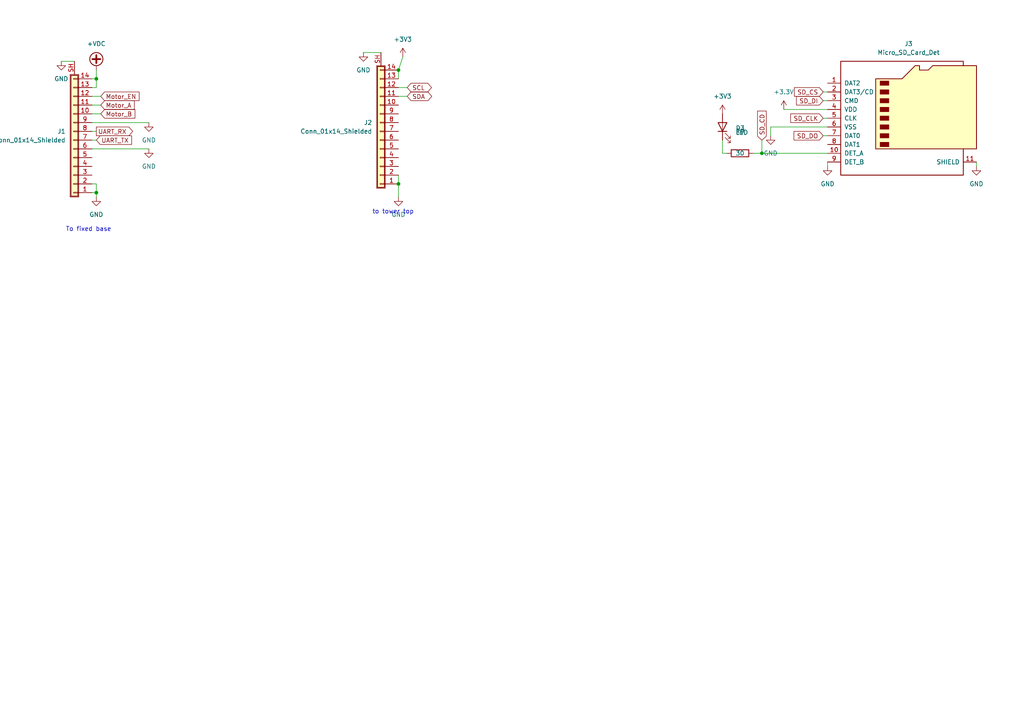
<source format=kicad_sch>
(kicad_sch (version 20211123) (generator eeschema)
  (paper "A4")
  (lib_symbols
    (symbol "Connector:Micro_SD_Card_Det" (pin_names (offset 1.016))
      (property "Reference" "J" (at -16.51 17.78 0))
      (property "Value" "Micro_SD_Card_Det" (at 16.51 17.78 0))
      (symbol "Micro_SD_Card_Det_0_1"
        (rectangle (start -7.62 -6.985) (end -5.08 -8.255) (fill (type outline)))
        (rectangle (start -7.62 -4.445) (end -5.08 -5.715) (fill (type outline)))
        (rectangle (start -7.62 -1.905) (end -5.08 -3.175) (fill (type outline)))
        (rectangle (start -7.62 0.635) (end -5.08 -0.635) (fill (type outline)))
        (rectangle (start -7.62 3.175) (end -5.08 1.905) (fill (type outline)))
        (rectangle (start -7.62 5.715) (end -5.08 4.445) (fill (type outline)))
        (rectangle (start -7.62 8.255) (end -5.08 6.985) (fill (type outline)))
        (rectangle (start -7.62 10.795) (end -5.08 9.525) (fill (type outline)))
        (polyline (pts (xy 16.51 15.24) (xy 16.51 16.51) (xy -19.05 16.51) (xy -19.05 -16.51) (xy 16.51 -16.51) (xy 16.51 -8.89)) (stroke (width 0.254)))
        (polyline (pts (xy -8.89 -8.89) (xy -8.89 11.43) (xy -1.27 11.43) (xy 2.54 15.24) (xy 3.81 15.24) (xy 3.81 13.97) (xy 6.35 13.97) (xy 7.62 15.24) (xy 20.32 15.24) (xy 20.32 -8.89) (xy -8.89 -8.89)) (stroke (width 0.254)) (fill (type background)))
      )
      (symbol "Micro_SD_Card_Det_1_1"
        (pin bidirectional line (at -22.86 10.16 0) (length 3.81) (name "DAT2") (number "1"))
        (pin passive line (at -22.86 -10.16 0) (length 3.81) (name "DET_A") (number "10"))
        (pin passive line (at 20.32 -12.7 180) (length 3.81) (name "SHIELD") (number "11"))
        (pin bidirectional line (at -22.86 7.62 0) (length 3.81) (name "DAT3/CD") (number "2"))
        (pin input line (at -22.86 5.08 0) (length 3.81) (name "CMD") (number "3"))
        (pin power_in line (at -22.86 2.54 0) (length 3.81) (name "VDD") (number "4"))
        (pin input line (at -22.86 0 0) (length 3.81) (name "CLK") (number "5"))
        (pin power_in line (at -22.86 -2.54 0) (length 3.81) (name "VSS") (number "6"))
        (pin bidirectional line (at -22.86 -5.08 0) (length 3.81) (name "DAT0") (number "7"))
        (pin bidirectional line (at -22.86 -7.62 0) (length 3.81) (name "DAT1") (number "8"))
        (pin passive line (at -22.86 -12.7 0) (length 3.81) (name "DET_B") (number "9"))
      )
    )
    (symbol "Connector_Generic_Shielded:Conn_01x14_Shielded" (pin_names (offset 1.016) hide)
      (property "Reference" "J" (at 0.254 17.526 0))
      (property "Value" "Conn_01x14_Shielded" (at 1.016 -20.066 0))
      (symbol "Conn_01x14_Shielded_1_1"
        (rectangle (start -1.27 16.51) (end 1.27 -19.05) (stroke (width 0.1524)))
        (rectangle (start -1.016 -17.653) (end 0.254 -17.907) (stroke (width 0.1524)))
        (rectangle (start -1.016 -15.113) (end 0.254 -15.367) (stroke (width 0.1524)))
        (rectangle (start -1.016 -12.573) (end 0.254 -12.827) (stroke (width 0.1524)))
        (rectangle (start -1.016 -10.033) (end 0.254 -10.287) (stroke (width 0.1524)))
        (rectangle (start -1.016 -7.493) (end 0.254 -7.747) (stroke (width 0.1524)))
        (rectangle (start -1.016 -4.953) (end 0.254 -5.207) (stroke (width 0.1524)))
        (rectangle (start -1.016 -2.413) (end 0.254 -2.667) (stroke (width 0.1524)))
        (rectangle (start -1.016 0.127) (end 0.254 -0.127) (stroke (width 0.1524)))
        (rectangle (start -1.016 2.667) (end 0.254 2.413) (stroke (width 0.1524)))
        (rectangle (start -1.016 5.207) (end 0.254 4.953) (stroke (width 0.1524)))
        (rectangle (start -1.016 7.747) (end 0.254 7.493) (stroke (width 0.1524)))
        (rectangle (start -1.016 10.287) (end 0.254 10.033) (stroke (width 0.1524)))
        (rectangle (start -1.016 12.827) (end 0.254 12.573) (stroke (width 0.1524)))
        (rectangle (start -1.016 15.367) (end 0.254 15.113) (stroke (width 0.1524)))
        (rectangle (start -1.016 16.256) (end 1.016 -18.796) (stroke (width 0.254)) (fill (type background)))
        (pin passive line (at -5.08 15.24 0) (length 4.064) (name "Pin_1") (number "1"))
        (pin passive line (at -5.08 -7.62 0) (length 4.064) (name "Pin_10") (number "10"))
        (pin passive line (at -5.08 -10.16 0) (length 4.064) (name "Pin_11") (number "11"))
        (pin passive line (at -5.08 -12.7 0) (length 4.064) (name "Pin_12") (number "12"))
        (pin passive line (at -5.08 -15.24 0) (length 4.064) (name "Pin_13") (number "13"))
        (pin passive line (at -5.08 -17.78 0) (length 4.064) (name "Pin_14") (number "14"))
        (pin passive line (at -5.08 12.7 0) (length 4.064) (name "Pin_2") (number "2"))
        (pin passive line (at -5.08 10.16 0) (length 4.064) (name "Pin_3") (number "3"))
        (pin passive line (at -5.08 7.62 0) (length 4.064) (name "Pin_4") (number "4"))
        (pin passive line (at -5.08 5.08 0) (length 4.064) (name "Pin_5") (number "5"))
        (pin passive line (at -5.08 2.54 0) (length 4.064) (name "Pin_6") (number "6"))
        (pin passive line (at -5.08 0 0) (length 4.064) (name "Pin_7") (number "7"))
        (pin passive line (at -5.08 -2.54 0) (length 4.064) (name "Pin_8") (number "8"))
        (pin passive line (at -5.08 -5.08 0) (length 4.064) (name "Pin_9") (number "9"))
        (pin passive line (at 0 -22.86 90) (length 3.81) (name "Shield") (number "SH"))
      )
    )
    (symbol "Device:LED" (pin_numbers hide) (pin_names (offset 1.016) hide)
      (property "Reference" "D" (at 0 2.54 0))
      (property "Value" "LED" (at 0 -2.54 0))
      (symbol "LED_0_1"
        (polyline (pts (xy -1.27 -1.27) (xy -1.27 1.27)) (stroke (width 0.254)))
        (polyline (pts (xy -1.27 0) (xy 1.27 0)))
        (polyline (pts (xy 1.27 -1.27) (xy 1.27 1.27) (xy -1.27 0) (xy 1.27 -1.27)) (stroke (width 0.254)))
        (polyline (pts (xy -3.048 -0.762) (xy -4.572 -2.286) (xy -3.81 -2.286) (xy -4.572 -2.286) (xy -4.572 -1.524)))
        (polyline (pts (xy -1.778 -0.762) (xy -3.302 -2.286) (xy -2.54 -2.286) (xy -3.302 -2.286) (xy -3.302 -1.524)))
      )
      (symbol "LED_1_1"
        (pin passive line (at -3.81 0 0) (length 2.54) (name "K") (number "1"))
        (pin passive line (at 3.81 0 180) (length 2.54) (name "A") (number "2"))
      )
    )
    (symbol "Device:R" (pin_numbers hide) (pin_names (offset 0))
      (property "Reference" "R" (at 2.032 0 90))
      (property "Value" "R" (at 0 0 90))
      (symbol "R_0_1"
        (rectangle (start -1.016 -2.54) (end 1.016 2.54) (stroke (width 0.254)))
      )
      (symbol "R_1_1"
        (pin passive line (at 0 3.81 270) (length 1.27) (name "~") (number "1"))
        (pin passive line (at 0 -3.81 90) (length 1.27) (name "~") (number "2"))
      )
    )
    (symbol "power:+3.3V" (power) (pin_names (offset 0))
      (property "Value" "+3.3V" (at 0 3.556 0))
      (symbol "+3.3V_0_1"
        (polyline (pts (xy -0.762 1.27) (xy 0 2.54)))
        (polyline (pts (xy 0 0) (xy 0 2.54)))
        (polyline (pts (xy 0 2.54) (xy 0.762 1.27)))
      )
      (symbol "+3.3V_1_1"
        (pin power_in line (at 0 0 90) (length 0) hide (name "+3.3V") (number "1"))
      )
    )
    (symbol "power:+3V3" (power) (pin_names (offset 0))
      (property "Value" "+3V3" (at 0 3.556 0))
      (symbol "+3V3_0_1"
        (polyline (pts (xy -0.762 1.27) (xy 0 2.54)))
        (polyline (pts (xy 0 0) (xy 0 2.54)))
        (polyline (pts (xy 0 2.54) (xy 0.762 1.27)))
      )
      (symbol "+3V3_1_1"
        (pin power_in line (at 0 0 90) (length 0) hide (name "+3V3") (number "1"))
      )
    )
    (symbol "power:+VDC" (power) (pin_names (offset 0))
      (property "Value" "+VDC" (at 0 6.35 0))
      (symbol "+VDC_0_1"
        (polyline (pts (xy -1.143 3.175) (xy 1.143 3.175)) (stroke (width 0.508)))
        (polyline (pts (xy 0 0) (xy 0 1.27)))
        (polyline (pts (xy 0 2.032) (xy 0 4.318)) (stroke (width 0.508)))
        (circle (center 0 3.175) (radius 1.905) (stroke (width 0.254)))
      )
      (symbol "+VDC_1_1"
        (pin power_in line (at 0 0 90) (length 0) hide (name "+VDC") (number "1"))
      )
    )
    (symbol "power:GND" (power) (pin_names (offset 0))
      (property "Value" "GND" (at 0 -3.81 0))
      (symbol "GND_0_1"
        (polyline (pts (xy 0 0) (xy 0 -1.27) (xy 1.27 -1.27) (xy 0 -2.54) (xy -1.27 -1.27) (xy 0 -1.27)))
      )
      (symbol "GND_1_1"
        (pin power_in line (at 0 0 270) (length 0) hide (name "GND") (number "1"))
      )
    )
  )
  (junction (at 115.57 20.32))
  (junction (at 27.94 55.88))
  (junction (at 115.57 53.34))
  (junction (at 27.94 22.86))
  (junction (at 220.98 44.45))
  (wire (pts (xy 223.52 36.83) (xy 240.03 36.83)))
  (wire (pts (xy 27.94 20.32) (xy 27.94 22.86)))
  (wire (pts (xy 218.44 44.45) (xy 220.98 44.45)))
  (wire (pts (xy 27.94 22.86) (xy 27.94 25.4)))
  (wire (pts (xy 26.67 27.94) (xy 29.21 27.94)))
  (wire (pts (xy 26.67 55.88) (xy 27.94 55.88)))
  (wire (pts (xy 26.67 33.02) (xy 29.21 33.02)))
  (wire (pts (xy 26.67 38.1) (xy 27.94 38.1)))
  (wire (pts (xy 105.41 15.24) (xy 110.49 15.24)))
  (wire (pts (xy 115.57 27.94) (xy 118.11 27.94)))
  (wire (pts (xy 223.52 36.83) (xy 223.52 39.37)))
  (wire (pts (xy 238.76 34.29) (xy 240.03 34.29)))
  (wire (pts (xy 26.67 40.64) (xy 27.94 40.64)))
  (wire (pts (xy 116.84 16.51) (xy 115.57 20.32)))
  (wire (pts (xy 240.03 46.99) (xy 240.03 48.26)))
  (wire (pts (xy 115.57 25.4) (xy 118.11 25.4)))
  (wire (pts (xy 26.67 30.48) (xy 29.21 30.48)))
  (wire (pts (xy 238.76 26.67) (xy 240.03 26.67)))
  (wire (pts (xy 26.67 25.4) (xy 27.94 25.4)))
  (wire (pts (xy 227.33 31.75) (xy 240.03 31.75)))
  (wire (pts (xy 115.57 50.8) (xy 115.57 53.34)))
  (wire (pts (xy 283.21 46.99) (xy 283.21 48.26)))
  (wire (pts (xy 209.55 44.45) (xy 210.82 44.45)))
  (wire (pts (xy 238.76 39.37) (xy 240.03 39.37)))
  (wire (pts (xy 27.94 55.88) (xy 27.94 57.15)))
  (wire (pts (xy 26.67 53.34) (xy 27.94 53.34)))
  (wire (pts (xy 26.67 22.86) (xy 27.94 22.86)))
  (wire (pts (xy 220.98 40.64) (xy 220.98 44.45)))
  (wire (pts (xy 238.76 29.21) (xy 240.03 29.21)))
  (wire (pts (xy 209.55 40.64) (xy 209.55 44.45)))
  (wire (pts (xy 115.57 53.34) (xy 115.57 57.15)))
  (wire (pts (xy 26.67 43.18) (xy 43.18 43.18)))
  (wire (pts (xy 26.67 35.56) (xy 43.18 35.56)))
  (wire (pts (xy 220.98 44.45) (xy 240.03 44.45)))
  (wire (pts (xy 115.57 20.32) (xy 115.57 22.86)))
  (wire (pts (xy 27.94 53.34) (xy 27.94 55.88)))
  (wire (pts (xy 17.78 17.78) (xy 21.59 17.78)))
  (text "To fixed base" (at 19.05 67.31 0) (effects (font (size 1.27 1.27)) (justify left bottom)))
  (text "to tower top" (at 107.95 62.23 0) (effects (font (size 1.27 1.27)) (justify left bottom)))
  (global_label "UART_RX" (shape output) (at 27.94 38.1 0) (property "Intersheet References" "${INTERSHEET_REFS}" (effects hide)))
  (global_label "SCL" (shape bidirectional) (at 118.11 25.4 0) (property "Intersheet References" "${INTERSHEET_REFS}" (effects hide)))
  (global_label "SD_CD" (shape input) (at 220.98 40.64 90) (property "Intersheet References" "${INTERSHEET_REFS}" (effects hide)))
  (global_label "SD_CLK" (shape input) (at 238.76 34.29 180) (property "Intersheet References" "${INTERSHEET_REFS}" (effects hide)))
  (global_label "Motor_A" (shape input) (at 29.21 30.48 0) (property "Intersheet References" "${INTERSHEET_REFS}" (effects hide)))
  (global_label "SD_CS" (shape input) (at 238.76 26.67 180) (property "Intersheet References" "${INTERSHEET_REFS}" (effects hide)))
  (global_label "Motor_B" (shape input) (at 29.21 33.02 0) (property "Intersheet References" "${INTERSHEET_REFS}" (effects hide)))
  (global_label "SD_DO" (shape input) (at 238.76 39.37 180) (property "Intersheet References" "${INTERSHEET_REFS}" (effects hide)))
  (global_label "SDA" (shape bidirectional) (at 118.11 27.94 0) (property "Intersheet References" "${INTERSHEET_REFS}" (effects hide)))
  (global_label "Motor_EN" (shape input) (at 29.21 27.94 0) (property "Intersheet References" "${INTERSHEET_REFS}" (effects hide)))
  (global_label "UART_TX" (shape input) (at 27.94 40.64 0) (property "Intersheet References" "${INTERSHEET_REFS}" (effects hide)))
  (global_label "SD_DI" (shape input) (at 238.76 29.21 180) (property "Intersheet References" "${INTERSHEET_REFS}" (effects hide)))
  (symbol (lib_id "power:+VDC") (at 27.94 20.32 0) (unit 1)
    (property "Reference" "#PWR024" (effects hide))
    (property "Value" "+VDC" (at 27.94 12.7 0))
  )
  (symbol (lib_id "power:GND") (at 17.78 17.78 0) (unit 1)
    (property "Reference" "#PWR023" (effects hide))
    (property "Value" "GND" (at 17.78 22.86 0))
  )
  (symbol (lib_id "power:GND") (at 283.21 48.26 0) (unit 1)
    (property "Reference" "#PWR0104" (effects hide))
    (property "Value" "GND" (at 283.21 53.34 0))
  )
  (symbol (lib_id "Connector:Micro_SD_Card_Det") (at 262.89 34.29 0) (unit 1)
    (property "Reference" "J3" (at 263.525 12.7 0))
    (property "Value" "Micro_SD_Card_Det" (at 263.525 15.24 0))
    (property "Footprint" "Connector_Card:microSD_HC_Hirose_DM3AT-SF-PEJM5" (effects hide))
    (property "Datasheet" "https://www.hirose.com/product/en/download_file/key_name/DM3/category/Catalog/doc_file_id/49662/?file_category_id=4&item_id=195&is_series=1" (effects hide))
  )
  (symbol (lib_id "power:GND") (at 105.41 15.24 0) (unit 1)
    (property "Reference" "#PWR041" (effects hide))
    (property "Value" "GND" (at 105.41 20.32 0))
  )
  (symbol (lib_id "Device:R") (at 214.63 44.45 90) (unit 1)
    (property "Reference" "R9" (at 214.63 38.1 90))
    (property "Value" "30" (at 214.63 44.45 90))
    (property "Footprint" "Resistor_SMD:R_0805_2012Metric" (effects hide))
  )
  (symbol (lib_id "power:GND") (at 115.57 57.15 0) (unit 1)
    (property "Reference" "#PWR043" (effects hide))
    (property "Value" "GND" (at 115.57 62.23 0))
  )
  (symbol (lib_id "Device:LED") (at 209.55 36.83 90) (unit 1)
    (property "Reference" "D3" (at 213.36 37.1474 90) (effects (justify right)))
    (property "Value" "LED" (at 213.36 38.4174 90) (effects (justify right)))
    (property "Footprint" "LED_SMD:LED_1206_3216Metric" (effects hide))
  )
  (symbol (lib_id "power:GND") (at 43.18 35.56 0) (unit 1)
    (property "Reference" "#PWR039" (effects hide))
    (property "Value" "GND" (at 43.18 40.64 0))
  )
  (symbol (lib_id "power:+3V3") (at 209.55 33.02 0) (unit 1)
    (property "Reference" "#PWR0101" (effects hide))
    (property "Value" "+3V3" (at 209.55 27.94 0))
  )
  (symbol (lib_id "power:+3V3") (at 116.84 16.51 0) (unit 1)
    (property "Reference" "#PWR0113" (effects hide))
    (property "Value" "+3V3" (at 116.84 11.43 0))
  )
  (symbol (lib_id "Connector_Generic_Shielded:Conn_01x14_Shielded") (at 21.59 40.64 180) (unit 1)
    (property "Reference" "J1" (at 19.05 38.0999 0) (effects (justify left)))
    (property "Value" "Conn_01x14_Shielded" (at 19.05 40.6399 0) (effects (justify left)))
    (property "Footprint" "Library:FPC 2x7 p=1mm" (effects hide))
  )
  (symbol (lib_id "power:+3.3V") (at 227.33 31.75 0) (unit 1)
    (property "Reference" "#PWR0105" (effects hide))
    (property "Value" "+3.3V" (at 227.33 26.67 0))
  )
  (symbol (lib_id "power:GND") (at 240.03 48.26 0) (unit 1)
    (property "Reference" "#PWR0102" (effects hide))
    (property "Value" "GND" (at 240.03 53.34 0))
  )
  (symbol (lib_id "Connector_Generic_Shielded:Conn_01x14_Shielded") (at 110.49 38.1 180) (unit 1)
    (property "Reference" "J2" (at 107.95 35.5599 0) (effects (justify left)))
    (property "Value" "Conn_01x14_Shielded" (at 107.95 38.0999 0) (effects (justify left)))
    (property "Footprint" "Library:FPC 2x7 p=1mm" (effects hide))
  )
  (symbol (lib_id "power:GND") (at 27.94 57.15 0) (unit 1)
    (property "Reference" "#PWR025" (effects hide))
    (property "Value" "GND" (at 27.94 62.23 0))
  )
  (symbol (lib_id "power:GND") (at 43.18 43.18 0) (unit 1)
    (property "Reference" "#PWR040" (effects hide))
    (property "Value" "GND" (at 43.18 48.26 0))
  )
  (symbol (lib_id "power:GND") (at 223.52 39.37 0) (unit 1)
    (property "Reference" "#PWR0103" (effects hide))
    (property "Value" "GND" (at 223.52 44.45 0))
  )
)
</source>
